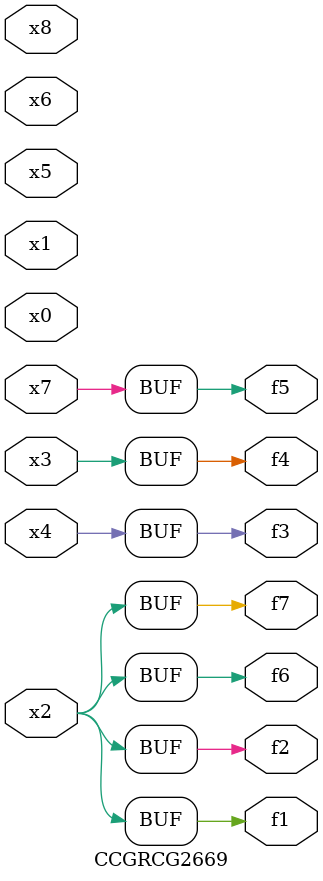
<source format=v>
module CCGRCG2669(
	input x0, x1, x2, x3, x4, x5, x6, x7, x8,
	output f1, f2, f3, f4, f5, f6, f7
);
	assign f1 = x2;
	assign f2 = x2;
	assign f3 = x4;
	assign f4 = x3;
	assign f5 = x7;
	assign f6 = x2;
	assign f7 = x2;
endmodule

</source>
